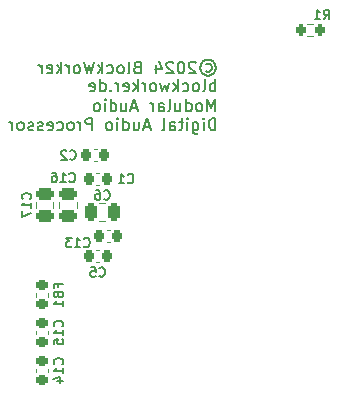
<source format=gbr>
%TF.GenerationSoftware,KiCad,Pcbnew,9.0.3*%
%TF.CreationDate,2025-07-26T12:32:41+02:00*%
%TF.ProjectId,DigitalAudioProcessor,44696769-7461-46c4-9175-64696f50726f,rev?*%
%TF.SameCoordinates,Original*%
%TF.FileFunction,Legend,Bot*%
%TF.FilePolarity,Positive*%
%FSLAX46Y46*%
G04 Gerber Fmt 4.6, Leading zero omitted, Abs format (unit mm)*
G04 Created by KiCad (PCBNEW 9.0.3) date 2025-07-26 12:32:41*
%MOMM*%
%LPD*%
G01*
G04 APERTURE LIST*
G04 Aperture macros list*
%AMRoundRect*
0 Rectangle with rounded corners*
0 $1 Rounding radius*
0 $2 $3 $4 $5 $6 $7 $8 $9 X,Y pos of 4 corners*
0 Add a 4 corners polygon primitive as box body*
4,1,4,$2,$3,$4,$5,$6,$7,$8,$9,$2,$3,0*
0 Add four circle primitives for the rounded corners*
1,1,$1+$1,$2,$3*
1,1,$1+$1,$4,$5*
1,1,$1+$1,$6,$7*
1,1,$1+$1,$8,$9*
0 Add four rect primitives between the rounded corners*
20,1,$1+$1,$2,$3,$4,$5,0*
20,1,$1+$1,$4,$5,$6,$7,0*
20,1,$1+$1,$6,$7,$8,$9,0*
20,1,$1+$1,$8,$9,$2,$3,0*%
G04 Aperture macros list end*
%ADD10C,0.150000*%
%ADD11C,0.120000*%
%ADD12C,0.200000*%
%ADD13C,0.000000*%
%ADD14C,3.000000*%
%ADD15C,1.500000*%
%ADD16RoundRect,0.250000X0.475000X-0.250000X0.475000X0.250000X-0.475000X0.250000X-0.475000X-0.250000X0*%
%ADD17RoundRect,0.225000X0.225000X0.250000X-0.225000X0.250000X-0.225000X-0.250000X0.225000X-0.250000X0*%
%ADD18RoundRect,0.225000X-0.225000X-0.250000X0.225000X-0.250000X0.225000X0.250000X-0.225000X0.250000X0*%
%ADD19RoundRect,0.225000X0.250000X-0.225000X0.250000X0.225000X-0.250000X0.225000X-0.250000X-0.225000X0*%
%ADD20RoundRect,0.218750X-0.256250X0.218750X-0.256250X-0.218750X0.256250X-0.218750X0.256250X0.218750X0*%
%ADD21RoundRect,0.200000X-0.200000X-0.275000X0.200000X-0.275000X0.200000X0.275000X-0.200000X0.275000X0*%
%ADD22RoundRect,0.250000X0.250000X0.475000X-0.250000X0.475000X-0.250000X-0.475000X0.250000X-0.475000X0*%
G04 APERTURE END LIST*
D10*
X154863220Y-89649847D02*
X154863220Y-88649847D01*
X154863220Y-88649847D02*
X154529887Y-89364132D01*
X154529887Y-89364132D02*
X154196554Y-88649847D01*
X154196554Y-88649847D02*
X154196554Y-89649847D01*
X153577506Y-89649847D02*
X153672744Y-89602228D01*
X153672744Y-89602228D02*
X153720363Y-89554608D01*
X153720363Y-89554608D02*
X153767982Y-89459370D01*
X153767982Y-89459370D02*
X153767982Y-89173656D01*
X153767982Y-89173656D02*
X153720363Y-89078418D01*
X153720363Y-89078418D02*
X153672744Y-89030799D01*
X153672744Y-89030799D02*
X153577506Y-88983180D01*
X153577506Y-88983180D02*
X153434649Y-88983180D01*
X153434649Y-88983180D02*
X153339411Y-89030799D01*
X153339411Y-89030799D02*
X153291792Y-89078418D01*
X153291792Y-89078418D02*
X153244173Y-89173656D01*
X153244173Y-89173656D02*
X153244173Y-89459370D01*
X153244173Y-89459370D02*
X153291792Y-89554608D01*
X153291792Y-89554608D02*
X153339411Y-89602228D01*
X153339411Y-89602228D02*
X153434649Y-89649847D01*
X153434649Y-89649847D02*
X153577506Y-89649847D01*
X152387030Y-89649847D02*
X152387030Y-88649847D01*
X152387030Y-89602228D02*
X152482268Y-89649847D01*
X152482268Y-89649847D02*
X152672744Y-89649847D01*
X152672744Y-89649847D02*
X152767982Y-89602228D01*
X152767982Y-89602228D02*
X152815601Y-89554608D01*
X152815601Y-89554608D02*
X152863220Y-89459370D01*
X152863220Y-89459370D02*
X152863220Y-89173656D01*
X152863220Y-89173656D02*
X152815601Y-89078418D01*
X152815601Y-89078418D02*
X152767982Y-89030799D01*
X152767982Y-89030799D02*
X152672744Y-88983180D01*
X152672744Y-88983180D02*
X152482268Y-88983180D01*
X152482268Y-88983180D02*
X152387030Y-89030799D01*
X151482268Y-88983180D02*
X151482268Y-89649847D01*
X151910839Y-88983180D02*
X151910839Y-89506989D01*
X151910839Y-89506989D02*
X151863220Y-89602228D01*
X151863220Y-89602228D02*
X151767982Y-89649847D01*
X151767982Y-89649847D02*
X151625125Y-89649847D01*
X151625125Y-89649847D02*
X151529887Y-89602228D01*
X151529887Y-89602228D02*
X151482268Y-89554608D01*
X150863220Y-89649847D02*
X150958458Y-89602228D01*
X150958458Y-89602228D02*
X151006077Y-89506989D01*
X151006077Y-89506989D02*
X151006077Y-88649847D01*
X150053696Y-89649847D02*
X150053696Y-89126037D01*
X150053696Y-89126037D02*
X150101315Y-89030799D01*
X150101315Y-89030799D02*
X150196553Y-88983180D01*
X150196553Y-88983180D02*
X150387029Y-88983180D01*
X150387029Y-88983180D02*
X150482267Y-89030799D01*
X150053696Y-89602228D02*
X150148934Y-89649847D01*
X150148934Y-89649847D02*
X150387029Y-89649847D01*
X150387029Y-89649847D02*
X150482267Y-89602228D01*
X150482267Y-89602228D02*
X150529886Y-89506989D01*
X150529886Y-89506989D02*
X150529886Y-89411751D01*
X150529886Y-89411751D02*
X150482267Y-89316513D01*
X150482267Y-89316513D02*
X150387029Y-89268894D01*
X150387029Y-89268894D02*
X150148934Y-89268894D01*
X150148934Y-89268894D02*
X150053696Y-89221275D01*
X149577505Y-89649847D02*
X149577505Y-88983180D01*
X149577505Y-89173656D02*
X149529886Y-89078418D01*
X149529886Y-89078418D02*
X149482267Y-89030799D01*
X149482267Y-89030799D02*
X149387029Y-88983180D01*
X149387029Y-88983180D02*
X149291791Y-88983180D01*
X148244171Y-89364132D02*
X147767981Y-89364132D01*
X148339409Y-89649847D02*
X148006076Y-88649847D01*
X148006076Y-88649847D02*
X147672743Y-89649847D01*
X146910838Y-88983180D02*
X146910838Y-89649847D01*
X147339409Y-88983180D02*
X147339409Y-89506989D01*
X147339409Y-89506989D02*
X147291790Y-89602228D01*
X147291790Y-89602228D02*
X147196552Y-89649847D01*
X147196552Y-89649847D02*
X147053695Y-89649847D01*
X147053695Y-89649847D02*
X146958457Y-89602228D01*
X146958457Y-89602228D02*
X146910838Y-89554608D01*
X146006076Y-89649847D02*
X146006076Y-88649847D01*
X146006076Y-89602228D02*
X146101314Y-89649847D01*
X146101314Y-89649847D02*
X146291790Y-89649847D01*
X146291790Y-89649847D02*
X146387028Y-89602228D01*
X146387028Y-89602228D02*
X146434647Y-89554608D01*
X146434647Y-89554608D02*
X146482266Y-89459370D01*
X146482266Y-89459370D02*
X146482266Y-89173656D01*
X146482266Y-89173656D02*
X146434647Y-89078418D01*
X146434647Y-89078418D02*
X146387028Y-89030799D01*
X146387028Y-89030799D02*
X146291790Y-88983180D01*
X146291790Y-88983180D02*
X146101314Y-88983180D01*
X146101314Y-88983180D02*
X146006076Y-89030799D01*
X145529885Y-89649847D02*
X145529885Y-88983180D01*
X145529885Y-88649847D02*
X145577504Y-88697466D01*
X145577504Y-88697466D02*
X145529885Y-88745085D01*
X145529885Y-88745085D02*
X145482266Y-88697466D01*
X145482266Y-88697466D02*
X145529885Y-88649847D01*
X145529885Y-88649847D02*
X145529885Y-88745085D01*
X144910838Y-89649847D02*
X145006076Y-89602228D01*
X145006076Y-89602228D02*
X145053695Y-89554608D01*
X145053695Y-89554608D02*
X145101314Y-89459370D01*
X145101314Y-89459370D02*
X145101314Y-89173656D01*
X145101314Y-89173656D02*
X145053695Y-89078418D01*
X145053695Y-89078418D02*
X145006076Y-89030799D01*
X145006076Y-89030799D02*
X144910838Y-88983180D01*
X144910838Y-88983180D02*
X144767981Y-88983180D01*
X144767981Y-88983180D02*
X144672743Y-89030799D01*
X144672743Y-89030799D02*
X144625124Y-89078418D01*
X144625124Y-89078418D02*
X144577505Y-89173656D01*
X144577505Y-89173656D02*
X144577505Y-89459370D01*
X144577505Y-89459370D02*
X144625124Y-89554608D01*
X144625124Y-89554608D02*
X144672743Y-89602228D01*
X144672743Y-89602228D02*
X144767981Y-89649847D01*
X144767981Y-89649847D02*
X144910838Y-89649847D01*
X154863220Y-91259791D02*
X154863220Y-90259791D01*
X154863220Y-90259791D02*
X154625125Y-90259791D01*
X154625125Y-90259791D02*
X154482268Y-90307410D01*
X154482268Y-90307410D02*
X154387030Y-90402648D01*
X154387030Y-90402648D02*
X154339411Y-90497886D01*
X154339411Y-90497886D02*
X154291792Y-90688362D01*
X154291792Y-90688362D02*
X154291792Y-90831219D01*
X154291792Y-90831219D02*
X154339411Y-91021695D01*
X154339411Y-91021695D02*
X154387030Y-91116933D01*
X154387030Y-91116933D02*
X154482268Y-91212172D01*
X154482268Y-91212172D02*
X154625125Y-91259791D01*
X154625125Y-91259791D02*
X154863220Y-91259791D01*
X153863220Y-91259791D02*
X153863220Y-90593124D01*
X153863220Y-90259791D02*
X153910839Y-90307410D01*
X153910839Y-90307410D02*
X153863220Y-90355029D01*
X153863220Y-90355029D02*
X153815601Y-90307410D01*
X153815601Y-90307410D02*
X153863220Y-90259791D01*
X153863220Y-90259791D02*
X153863220Y-90355029D01*
X152958459Y-90593124D02*
X152958459Y-91402648D01*
X152958459Y-91402648D02*
X153006078Y-91497886D01*
X153006078Y-91497886D02*
X153053697Y-91545505D01*
X153053697Y-91545505D02*
X153148935Y-91593124D01*
X153148935Y-91593124D02*
X153291792Y-91593124D01*
X153291792Y-91593124D02*
X153387030Y-91545505D01*
X152958459Y-91212172D02*
X153053697Y-91259791D01*
X153053697Y-91259791D02*
X153244173Y-91259791D01*
X153244173Y-91259791D02*
X153339411Y-91212172D01*
X153339411Y-91212172D02*
X153387030Y-91164552D01*
X153387030Y-91164552D02*
X153434649Y-91069314D01*
X153434649Y-91069314D02*
X153434649Y-90783600D01*
X153434649Y-90783600D02*
X153387030Y-90688362D01*
X153387030Y-90688362D02*
X153339411Y-90640743D01*
X153339411Y-90640743D02*
X153244173Y-90593124D01*
X153244173Y-90593124D02*
X153053697Y-90593124D01*
X153053697Y-90593124D02*
X152958459Y-90640743D01*
X152482268Y-91259791D02*
X152482268Y-90593124D01*
X152482268Y-90259791D02*
X152529887Y-90307410D01*
X152529887Y-90307410D02*
X152482268Y-90355029D01*
X152482268Y-90355029D02*
X152434649Y-90307410D01*
X152434649Y-90307410D02*
X152482268Y-90259791D01*
X152482268Y-90259791D02*
X152482268Y-90355029D01*
X152148935Y-90593124D02*
X151767983Y-90593124D01*
X152006078Y-90259791D02*
X152006078Y-91116933D01*
X152006078Y-91116933D02*
X151958459Y-91212172D01*
X151958459Y-91212172D02*
X151863221Y-91259791D01*
X151863221Y-91259791D02*
X151767983Y-91259791D01*
X151006078Y-91259791D02*
X151006078Y-90735981D01*
X151006078Y-90735981D02*
X151053697Y-90640743D01*
X151053697Y-90640743D02*
X151148935Y-90593124D01*
X151148935Y-90593124D02*
X151339411Y-90593124D01*
X151339411Y-90593124D02*
X151434649Y-90640743D01*
X151006078Y-91212172D02*
X151101316Y-91259791D01*
X151101316Y-91259791D02*
X151339411Y-91259791D01*
X151339411Y-91259791D02*
X151434649Y-91212172D01*
X151434649Y-91212172D02*
X151482268Y-91116933D01*
X151482268Y-91116933D02*
X151482268Y-91021695D01*
X151482268Y-91021695D02*
X151434649Y-90926457D01*
X151434649Y-90926457D02*
X151339411Y-90878838D01*
X151339411Y-90878838D02*
X151101316Y-90878838D01*
X151101316Y-90878838D02*
X151006078Y-90831219D01*
X150387030Y-91259791D02*
X150482268Y-91212172D01*
X150482268Y-91212172D02*
X150529887Y-91116933D01*
X150529887Y-91116933D02*
X150529887Y-90259791D01*
X149291791Y-90974076D02*
X148815601Y-90974076D01*
X149387029Y-91259791D02*
X149053696Y-90259791D01*
X149053696Y-90259791D02*
X148720363Y-91259791D01*
X147958458Y-90593124D02*
X147958458Y-91259791D01*
X148387029Y-90593124D02*
X148387029Y-91116933D01*
X148387029Y-91116933D02*
X148339410Y-91212172D01*
X148339410Y-91212172D02*
X148244172Y-91259791D01*
X148244172Y-91259791D02*
X148101315Y-91259791D01*
X148101315Y-91259791D02*
X148006077Y-91212172D01*
X148006077Y-91212172D02*
X147958458Y-91164552D01*
X147053696Y-91259791D02*
X147053696Y-90259791D01*
X147053696Y-91212172D02*
X147148934Y-91259791D01*
X147148934Y-91259791D02*
X147339410Y-91259791D01*
X147339410Y-91259791D02*
X147434648Y-91212172D01*
X147434648Y-91212172D02*
X147482267Y-91164552D01*
X147482267Y-91164552D02*
X147529886Y-91069314D01*
X147529886Y-91069314D02*
X147529886Y-90783600D01*
X147529886Y-90783600D02*
X147482267Y-90688362D01*
X147482267Y-90688362D02*
X147434648Y-90640743D01*
X147434648Y-90640743D02*
X147339410Y-90593124D01*
X147339410Y-90593124D02*
X147148934Y-90593124D01*
X147148934Y-90593124D02*
X147053696Y-90640743D01*
X146577505Y-91259791D02*
X146577505Y-90593124D01*
X146577505Y-90259791D02*
X146625124Y-90307410D01*
X146625124Y-90307410D02*
X146577505Y-90355029D01*
X146577505Y-90355029D02*
X146529886Y-90307410D01*
X146529886Y-90307410D02*
X146577505Y-90259791D01*
X146577505Y-90259791D02*
X146577505Y-90355029D01*
X145958458Y-91259791D02*
X146053696Y-91212172D01*
X146053696Y-91212172D02*
X146101315Y-91164552D01*
X146101315Y-91164552D02*
X146148934Y-91069314D01*
X146148934Y-91069314D02*
X146148934Y-90783600D01*
X146148934Y-90783600D02*
X146101315Y-90688362D01*
X146101315Y-90688362D02*
X146053696Y-90640743D01*
X146053696Y-90640743D02*
X145958458Y-90593124D01*
X145958458Y-90593124D02*
X145815601Y-90593124D01*
X145815601Y-90593124D02*
X145720363Y-90640743D01*
X145720363Y-90640743D02*
X145672744Y-90688362D01*
X145672744Y-90688362D02*
X145625125Y-90783600D01*
X145625125Y-90783600D02*
X145625125Y-91069314D01*
X145625125Y-91069314D02*
X145672744Y-91164552D01*
X145672744Y-91164552D02*
X145720363Y-91212172D01*
X145720363Y-91212172D02*
X145815601Y-91259791D01*
X145815601Y-91259791D02*
X145958458Y-91259791D01*
X144434648Y-91259791D02*
X144434648Y-90259791D01*
X144434648Y-90259791D02*
X144053696Y-90259791D01*
X144053696Y-90259791D02*
X143958458Y-90307410D01*
X143958458Y-90307410D02*
X143910839Y-90355029D01*
X143910839Y-90355029D02*
X143863220Y-90450267D01*
X143863220Y-90450267D02*
X143863220Y-90593124D01*
X143863220Y-90593124D02*
X143910839Y-90688362D01*
X143910839Y-90688362D02*
X143958458Y-90735981D01*
X143958458Y-90735981D02*
X144053696Y-90783600D01*
X144053696Y-90783600D02*
X144434648Y-90783600D01*
X143434648Y-91259791D02*
X143434648Y-90593124D01*
X143434648Y-90783600D02*
X143387029Y-90688362D01*
X143387029Y-90688362D02*
X143339410Y-90640743D01*
X143339410Y-90640743D02*
X143244172Y-90593124D01*
X143244172Y-90593124D02*
X143148934Y-90593124D01*
X142672743Y-91259791D02*
X142767981Y-91212172D01*
X142767981Y-91212172D02*
X142815600Y-91164552D01*
X142815600Y-91164552D02*
X142863219Y-91069314D01*
X142863219Y-91069314D02*
X142863219Y-90783600D01*
X142863219Y-90783600D02*
X142815600Y-90688362D01*
X142815600Y-90688362D02*
X142767981Y-90640743D01*
X142767981Y-90640743D02*
X142672743Y-90593124D01*
X142672743Y-90593124D02*
X142529886Y-90593124D01*
X142529886Y-90593124D02*
X142434648Y-90640743D01*
X142434648Y-90640743D02*
X142387029Y-90688362D01*
X142387029Y-90688362D02*
X142339410Y-90783600D01*
X142339410Y-90783600D02*
X142339410Y-91069314D01*
X142339410Y-91069314D02*
X142387029Y-91164552D01*
X142387029Y-91164552D02*
X142434648Y-91212172D01*
X142434648Y-91212172D02*
X142529886Y-91259791D01*
X142529886Y-91259791D02*
X142672743Y-91259791D01*
X141482267Y-91212172D02*
X141577505Y-91259791D01*
X141577505Y-91259791D02*
X141767981Y-91259791D01*
X141767981Y-91259791D02*
X141863219Y-91212172D01*
X141863219Y-91212172D02*
X141910838Y-91164552D01*
X141910838Y-91164552D02*
X141958457Y-91069314D01*
X141958457Y-91069314D02*
X141958457Y-90783600D01*
X141958457Y-90783600D02*
X141910838Y-90688362D01*
X141910838Y-90688362D02*
X141863219Y-90640743D01*
X141863219Y-90640743D02*
X141767981Y-90593124D01*
X141767981Y-90593124D02*
X141577505Y-90593124D01*
X141577505Y-90593124D02*
X141482267Y-90640743D01*
X140672743Y-91212172D02*
X140767981Y-91259791D01*
X140767981Y-91259791D02*
X140958457Y-91259791D01*
X140958457Y-91259791D02*
X141053695Y-91212172D01*
X141053695Y-91212172D02*
X141101314Y-91116933D01*
X141101314Y-91116933D02*
X141101314Y-90735981D01*
X141101314Y-90735981D02*
X141053695Y-90640743D01*
X141053695Y-90640743D02*
X140958457Y-90593124D01*
X140958457Y-90593124D02*
X140767981Y-90593124D01*
X140767981Y-90593124D02*
X140672743Y-90640743D01*
X140672743Y-90640743D02*
X140625124Y-90735981D01*
X140625124Y-90735981D02*
X140625124Y-90831219D01*
X140625124Y-90831219D02*
X141101314Y-90926457D01*
X140244171Y-91212172D02*
X140148933Y-91259791D01*
X140148933Y-91259791D02*
X139958457Y-91259791D01*
X139958457Y-91259791D02*
X139863219Y-91212172D01*
X139863219Y-91212172D02*
X139815600Y-91116933D01*
X139815600Y-91116933D02*
X139815600Y-91069314D01*
X139815600Y-91069314D02*
X139863219Y-90974076D01*
X139863219Y-90974076D02*
X139958457Y-90926457D01*
X139958457Y-90926457D02*
X140101314Y-90926457D01*
X140101314Y-90926457D02*
X140196552Y-90878838D01*
X140196552Y-90878838D02*
X140244171Y-90783600D01*
X140244171Y-90783600D02*
X140244171Y-90735981D01*
X140244171Y-90735981D02*
X140196552Y-90640743D01*
X140196552Y-90640743D02*
X140101314Y-90593124D01*
X140101314Y-90593124D02*
X139958457Y-90593124D01*
X139958457Y-90593124D02*
X139863219Y-90640743D01*
X139434647Y-91212172D02*
X139339409Y-91259791D01*
X139339409Y-91259791D02*
X139148933Y-91259791D01*
X139148933Y-91259791D02*
X139053695Y-91212172D01*
X139053695Y-91212172D02*
X139006076Y-91116933D01*
X139006076Y-91116933D02*
X139006076Y-91069314D01*
X139006076Y-91069314D02*
X139053695Y-90974076D01*
X139053695Y-90974076D02*
X139148933Y-90926457D01*
X139148933Y-90926457D02*
X139291790Y-90926457D01*
X139291790Y-90926457D02*
X139387028Y-90878838D01*
X139387028Y-90878838D02*
X139434647Y-90783600D01*
X139434647Y-90783600D02*
X139434647Y-90735981D01*
X139434647Y-90735981D02*
X139387028Y-90640743D01*
X139387028Y-90640743D02*
X139291790Y-90593124D01*
X139291790Y-90593124D02*
X139148933Y-90593124D01*
X139148933Y-90593124D02*
X139053695Y-90640743D01*
X138434647Y-91259791D02*
X138529885Y-91212172D01*
X138529885Y-91212172D02*
X138577504Y-91164552D01*
X138577504Y-91164552D02*
X138625123Y-91069314D01*
X138625123Y-91069314D02*
X138625123Y-90783600D01*
X138625123Y-90783600D02*
X138577504Y-90688362D01*
X138577504Y-90688362D02*
X138529885Y-90640743D01*
X138529885Y-90640743D02*
X138434647Y-90593124D01*
X138434647Y-90593124D02*
X138291790Y-90593124D01*
X138291790Y-90593124D02*
X138196552Y-90640743D01*
X138196552Y-90640743D02*
X138148933Y-90688362D01*
X138148933Y-90688362D02*
X138101314Y-90783600D01*
X138101314Y-90783600D02*
X138101314Y-91069314D01*
X138101314Y-91069314D02*
X138148933Y-91164552D01*
X138148933Y-91164552D02*
X138196552Y-91212172D01*
X138196552Y-91212172D02*
X138291790Y-91259791D01*
X138291790Y-91259791D02*
X138434647Y-91259791D01*
X137672742Y-91259791D02*
X137672742Y-90593124D01*
X137672742Y-90783600D02*
X137625123Y-90688362D01*
X137625123Y-90688362D02*
X137577504Y-90640743D01*
X137577504Y-90640743D02*
X137482266Y-90593124D01*
X137482266Y-90593124D02*
X137387028Y-90593124D01*
X142514285Y-95586104D02*
X142552381Y-95624200D01*
X142552381Y-95624200D02*
X142666666Y-95662295D01*
X142666666Y-95662295D02*
X142742857Y-95662295D01*
X142742857Y-95662295D02*
X142857143Y-95624200D01*
X142857143Y-95624200D02*
X142933333Y-95548009D01*
X142933333Y-95548009D02*
X142971428Y-95471819D01*
X142971428Y-95471819D02*
X143009524Y-95319438D01*
X143009524Y-95319438D02*
X143009524Y-95205152D01*
X143009524Y-95205152D02*
X142971428Y-95052771D01*
X142971428Y-95052771D02*
X142933333Y-94976580D01*
X142933333Y-94976580D02*
X142857143Y-94900390D01*
X142857143Y-94900390D02*
X142742857Y-94862295D01*
X142742857Y-94862295D02*
X142666666Y-94862295D01*
X142666666Y-94862295D02*
X142552381Y-94900390D01*
X142552381Y-94900390D02*
X142514285Y-94938485D01*
X141752381Y-95662295D02*
X142209524Y-95662295D01*
X141980952Y-95662295D02*
X141980952Y-94862295D01*
X141980952Y-94862295D02*
X142057143Y-94976580D01*
X142057143Y-94976580D02*
X142133333Y-95052771D01*
X142133333Y-95052771D02*
X142209524Y-95090866D01*
X141066666Y-94862295D02*
X141219047Y-94862295D01*
X141219047Y-94862295D02*
X141295238Y-94900390D01*
X141295238Y-94900390D02*
X141333333Y-94938485D01*
X141333333Y-94938485D02*
X141409523Y-95052771D01*
X141409523Y-95052771D02*
X141447619Y-95205152D01*
X141447619Y-95205152D02*
X141447619Y-95509914D01*
X141447619Y-95509914D02*
X141409523Y-95586104D01*
X141409523Y-95586104D02*
X141371428Y-95624200D01*
X141371428Y-95624200D02*
X141295238Y-95662295D01*
X141295238Y-95662295D02*
X141142857Y-95662295D01*
X141142857Y-95662295D02*
X141066666Y-95624200D01*
X141066666Y-95624200D02*
X141028571Y-95586104D01*
X141028571Y-95586104D02*
X140990476Y-95509914D01*
X140990476Y-95509914D02*
X140990476Y-95319438D01*
X140990476Y-95319438D02*
X141028571Y-95243247D01*
X141028571Y-95243247D02*
X141066666Y-95205152D01*
X141066666Y-95205152D02*
X141142857Y-95167057D01*
X141142857Y-95167057D02*
X141295238Y-95167057D01*
X141295238Y-95167057D02*
X141371428Y-95205152D01*
X141371428Y-95205152D02*
X141409523Y-95243247D01*
X141409523Y-95243247D02*
X141447619Y-95319438D01*
X139186104Y-97085714D02*
X139224200Y-97047618D01*
X139224200Y-97047618D02*
X139262295Y-96933333D01*
X139262295Y-96933333D02*
X139262295Y-96857142D01*
X139262295Y-96857142D02*
X139224200Y-96742856D01*
X139224200Y-96742856D02*
X139148009Y-96666666D01*
X139148009Y-96666666D02*
X139071819Y-96628571D01*
X139071819Y-96628571D02*
X138919438Y-96590475D01*
X138919438Y-96590475D02*
X138805152Y-96590475D01*
X138805152Y-96590475D02*
X138652771Y-96628571D01*
X138652771Y-96628571D02*
X138576580Y-96666666D01*
X138576580Y-96666666D02*
X138500390Y-96742856D01*
X138500390Y-96742856D02*
X138462295Y-96857142D01*
X138462295Y-96857142D02*
X138462295Y-96933333D01*
X138462295Y-96933333D02*
X138500390Y-97047618D01*
X138500390Y-97047618D02*
X138538485Y-97085714D01*
X139262295Y-97847618D02*
X139262295Y-97390475D01*
X139262295Y-97619047D02*
X138462295Y-97619047D01*
X138462295Y-97619047D02*
X138576580Y-97542856D01*
X138576580Y-97542856D02*
X138652771Y-97466666D01*
X138652771Y-97466666D02*
X138690866Y-97390475D01*
X138462295Y-98114285D02*
X138462295Y-98647619D01*
X138462295Y-98647619D02*
X139262295Y-98304761D01*
X147433332Y-95686104D02*
X147471428Y-95724200D01*
X147471428Y-95724200D02*
X147585713Y-95762295D01*
X147585713Y-95762295D02*
X147661904Y-95762295D01*
X147661904Y-95762295D02*
X147776190Y-95724200D01*
X147776190Y-95724200D02*
X147852380Y-95648009D01*
X147852380Y-95648009D02*
X147890475Y-95571819D01*
X147890475Y-95571819D02*
X147928571Y-95419438D01*
X147928571Y-95419438D02*
X147928571Y-95305152D01*
X147928571Y-95305152D02*
X147890475Y-95152771D01*
X147890475Y-95152771D02*
X147852380Y-95076580D01*
X147852380Y-95076580D02*
X147776190Y-95000390D01*
X147776190Y-95000390D02*
X147661904Y-94962295D01*
X147661904Y-94962295D02*
X147585713Y-94962295D01*
X147585713Y-94962295D02*
X147471428Y-95000390D01*
X147471428Y-95000390D02*
X147433332Y-95038485D01*
X146671428Y-95762295D02*
X147128571Y-95762295D01*
X146899999Y-95762295D02*
X146899999Y-94962295D01*
X146899999Y-94962295D02*
X146976190Y-95076580D01*
X146976190Y-95076580D02*
X147052380Y-95152771D01*
X147052380Y-95152771D02*
X147128571Y-95190866D01*
X143714285Y-101086104D02*
X143752381Y-101124200D01*
X143752381Y-101124200D02*
X143866666Y-101162295D01*
X143866666Y-101162295D02*
X143942857Y-101162295D01*
X143942857Y-101162295D02*
X144057143Y-101124200D01*
X144057143Y-101124200D02*
X144133333Y-101048009D01*
X144133333Y-101048009D02*
X144171428Y-100971819D01*
X144171428Y-100971819D02*
X144209524Y-100819438D01*
X144209524Y-100819438D02*
X144209524Y-100705152D01*
X144209524Y-100705152D02*
X144171428Y-100552771D01*
X144171428Y-100552771D02*
X144133333Y-100476580D01*
X144133333Y-100476580D02*
X144057143Y-100400390D01*
X144057143Y-100400390D02*
X143942857Y-100362295D01*
X143942857Y-100362295D02*
X143866666Y-100362295D01*
X143866666Y-100362295D02*
X143752381Y-100400390D01*
X143752381Y-100400390D02*
X143714285Y-100438485D01*
X142952381Y-101162295D02*
X143409524Y-101162295D01*
X143180952Y-101162295D02*
X143180952Y-100362295D01*
X143180952Y-100362295D02*
X143257143Y-100476580D01*
X143257143Y-100476580D02*
X143333333Y-100552771D01*
X143333333Y-100552771D02*
X143409524Y-100590866D01*
X142685714Y-100362295D02*
X142190476Y-100362295D01*
X142190476Y-100362295D02*
X142457142Y-100667057D01*
X142457142Y-100667057D02*
X142342857Y-100667057D01*
X142342857Y-100667057D02*
X142266666Y-100705152D01*
X142266666Y-100705152D02*
X142228571Y-100743247D01*
X142228571Y-100743247D02*
X142190476Y-100819438D01*
X142190476Y-100819438D02*
X142190476Y-101009914D01*
X142190476Y-101009914D02*
X142228571Y-101086104D01*
X142228571Y-101086104D02*
X142266666Y-101124200D01*
X142266666Y-101124200D02*
X142342857Y-101162295D01*
X142342857Y-101162295D02*
X142571428Y-101162295D01*
X142571428Y-101162295D02*
X142647619Y-101124200D01*
X142647619Y-101124200D02*
X142685714Y-101086104D01*
X141886104Y-111085714D02*
X141924200Y-111047618D01*
X141924200Y-111047618D02*
X141962295Y-110933333D01*
X141962295Y-110933333D02*
X141962295Y-110857142D01*
X141962295Y-110857142D02*
X141924200Y-110742856D01*
X141924200Y-110742856D02*
X141848009Y-110666666D01*
X141848009Y-110666666D02*
X141771819Y-110628571D01*
X141771819Y-110628571D02*
X141619438Y-110590475D01*
X141619438Y-110590475D02*
X141505152Y-110590475D01*
X141505152Y-110590475D02*
X141352771Y-110628571D01*
X141352771Y-110628571D02*
X141276580Y-110666666D01*
X141276580Y-110666666D02*
X141200390Y-110742856D01*
X141200390Y-110742856D02*
X141162295Y-110857142D01*
X141162295Y-110857142D02*
X141162295Y-110933333D01*
X141162295Y-110933333D02*
X141200390Y-111047618D01*
X141200390Y-111047618D02*
X141238485Y-111085714D01*
X141962295Y-111847618D02*
X141962295Y-111390475D01*
X141962295Y-111619047D02*
X141162295Y-111619047D01*
X141162295Y-111619047D02*
X141276580Y-111542856D01*
X141276580Y-111542856D02*
X141352771Y-111466666D01*
X141352771Y-111466666D02*
X141390866Y-111390475D01*
X141428961Y-112533333D02*
X141962295Y-112533333D01*
X141124200Y-112342857D02*
X141695628Y-112152380D01*
X141695628Y-112152380D02*
X141695628Y-112647619D01*
X141543247Y-104533333D02*
X141543247Y-104266667D01*
X141962295Y-104266667D02*
X141162295Y-104266667D01*
X141162295Y-104266667D02*
X141162295Y-104647619D01*
X141543247Y-105219047D02*
X141581342Y-105333333D01*
X141581342Y-105333333D02*
X141619438Y-105371428D01*
X141619438Y-105371428D02*
X141695628Y-105409524D01*
X141695628Y-105409524D02*
X141809914Y-105409524D01*
X141809914Y-105409524D02*
X141886104Y-105371428D01*
X141886104Y-105371428D02*
X141924200Y-105333333D01*
X141924200Y-105333333D02*
X141962295Y-105257143D01*
X141962295Y-105257143D02*
X141962295Y-104952381D01*
X141962295Y-104952381D02*
X141162295Y-104952381D01*
X141162295Y-104952381D02*
X141162295Y-105219047D01*
X141162295Y-105219047D02*
X141200390Y-105295238D01*
X141200390Y-105295238D02*
X141238485Y-105333333D01*
X141238485Y-105333333D02*
X141314676Y-105371428D01*
X141314676Y-105371428D02*
X141390866Y-105371428D01*
X141390866Y-105371428D02*
X141467057Y-105333333D01*
X141467057Y-105333333D02*
X141505152Y-105295238D01*
X141505152Y-105295238D02*
X141543247Y-105219047D01*
X141543247Y-105219047D02*
X141543247Y-104952381D01*
X141962295Y-106171428D02*
X141962295Y-105714285D01*
X141962295Y-105942857D02*
X141162295Y-105942857D01*
X141162295Y-105942857D02*
X141276580Y-105866666D01*
X141276580Y-105866666D02*
X141352771Y-105790476D01*
X141352771Y-105790476D02*
X141390866Y-105714285D01*
X154863220Y-87954819D02*
X154863220Y-86954819D01*
X154863220Y-87335771D02*
X154767982Y-87288152D01*
X154767982Y-87288152D02*
X154577506Y-87288152D01*
X154577506Y-87288152D02*
X154482268Y-87335771D01*
X154482268Y-87335771D02*
X154434649Y-87383390D01*
X154434649Y-87383390D02*
X154387030Y-87478628D01*
X154387030Y-87478628D02*
X154387030Y-87764342D01*
X154387030Y-87764342D02*
X154434649Y-87859580D01*
X154434649Y-87859580D02*
X154482268Y-87907200D01*
X154482268Y-87907200D02*
X154577506Y-87954819D01*
X154577506Y-87954819D02*
X154767982Y-87954819D01*
X154767982Y-87954819D02*
X154863220Y-87907200D01*
X153815601Y-87954819D02*
X153910839Y-87907200D01*
X153910839Y-87907200D02*
X153958458Y-87811961D01*
X153958458Y-87811961D02*
X153958458Y-86954819D01*
X153291791Y-87954819D02*
X153387029Y-87907200D01*
X153387029Y-87907200D02*
X153434648Y-87859580D01*
X153434648Y-87859580D02*
X153482267Y-87764342D01*
X153482267Y-87764342D02*
X153482267Y-87478628D01*
X153482267Y-87478628D02*
X153434648Y-87383390D01*
X153434648Y-87383390D02*
X153387029Y-87335771D01*
X153387029Y-87335771D02*
X153291791Y-87288152D01*
X153291791Y-87288152D02*
X153148934Y-87288152D01*
X153148934Y-87288152D02*
X153053696Y-87335771D01*
X153053696Y-87335771D02*
X153006077Y-87383390D01*
X153006077Y-87383390D02*
X152958458Y-87478628D01*
X152958458Y-87478628D02*
X152958458Y-87764342D01*
X152958458Y-87764342D02*
X153006077Y-87859580D01*
X153006077Y-87859580D02*
X153053696Y-87907200D01*
X153053696Y-87907200D02*
X153148934Y-87954819D01*
X153148934Y-87954819D02*
X153291791Y-87954819D01*
X152101315Y-87907200D02*
X152196553Y-87954819D01*
X152196553Y-87954819D02*
X152387029Y-87954819D01*
X152387029Y-87954819D02*
X152482267Y-87907200D01*
X152482267Y-87907200D02*
X152529886Y-87859580D01*
X152529886Y-87859580D02*
X152577505Y-87764342D01*
X152577505Y-87764342D02*
X152577505Y-87478628D01*
X152577505Y-87478628D02*
X152529886Y-87383390D01*
X152529886Y-87383390D02*
X152482267Y-87335771D01*
X152482267Y-87335771D02*
X152387029Y-87288152D01*
X152387029Y-87288152D02*
X152196553Y-87288152D01*
X152196553Y-87288152D02*
X152101315Y-87335771D01*
X151672743Y-87954819D02*
X151672743Y-86954819D01*
X151577505Y-87573866D02*
X151291791Y-87954819D01*
X151291791Y-87288152D02*
X151672743Y-87669104D01*
X150958457Y-87288152D02*
X150767981Y-87954819D01*
X150767981Y-87954819D02*
X150577505Y-87478628D01*
X150577505Y-87478628D02*
X150387029Y-87954819D01*
X150387029Y-87954819D02*
X150196553Y-87288152D01*
X149672743Y-87954819D02*
X149767981Y-87907200D01*
X149767981Y-87907200D02*
X149815600Y-87859580D01*
X149815600Y-87859580D02*
X149863219Y-87764342D01*
X149863219Y-87764342D02*
X149863219Y-87478628D01*
X149863219Y-87478628D02*
X149815600Y-87383390D01*
X149815600Y-87383390D02*
X149767981Y-87335771D01*
X149767981Y-87335771D02*
X149672743Y-87288152D01*
X149672743Y-87288152D02*
X149529886Y-87288152D01*
X149529886Y-87288152D02*
X149434648Y-87335771D01*
X149434648Y-87335771D02*
X149387029Y-87383390D01*
X149387029Y-87383390D02*
X149339410Y-87478628D01*
X149339410Y-87478628D02*
X149339410Y-87764342D01*
X149339410Y-87764342D02*
X149387029Y-87859580D01*
X149387029Y-87859580D02*
X149434648Y-87907200D01*
X149434648Y-87907200D02*
X149529886Y-87954819D01*
X149529886Y-87954819D02*
X149672743Y-87954819D01*
X148910838Y-87954819D02*
X148910838Y-87288152D01*
X148910838Y-87478628D02*
X148863219Y-87383390D01*
X148863219Y-87383390D02*
X148815600Y-87335771D01*
X148815600Y-87335771D02*
X148720362Y-87288152D01*
X148720362Y-87288152D02*
X148625124Y-87288152D01*
X148291790Y-87954819D02*
X148291790Y-86954819D01*
X148196552Y-87573866D02*
X147910838Y-87954819D01*
X147910838Y-87288152D02*
X148291790Y-87669104D01*
X147101314Y-87907200D02*
X147196552Y-87954819D01*
X147196552Y-87954819D02*
X147387028Y-87954819D01*
X147387028Y-87954819D02*
X147482266Y-87907200D01*
X147482266Y-87907200D02*
X147529885Y-87811961D01*
X147529885Y-87811961D02*
X147529885Y-87431009D01*
X147529885Y-87431009D02*
X147482266Y-87335771D01*
X147482266Y-87335771D02*
X147387028Y-87288152D01*
X147387028Y-87288152D02*
X147196552Y-87288152D01*
X147196552Y-87288152D02*
X147101314Y-87335771D01*
X147101314Y-87335771D02*
X147053695Y-87431009D01*
X147053695Y-87431009D02*
X147053695Y-87526247D01*
X147053695Y-87526247D02*
X147529885Y-87621485D01*
X146625123Y-87954819D02*
X146625123Y-87288152D01*
X146625123Y-87478628D02*
X146577504Y-87383390D01*
X146577504Y-87383390D02*
X146529885Y-87335771D01*
X146529885Y-87335771D02*
X146434647Y-87288152D01*
X146434647Y-87288152D02*
X146339409Y-87288152D01*
X146006075Y-87859580D02*
X145958456Y-87907200D01*
X145958456Y-87907200D02*
X146006075Y-87954819D01*
X146006075Y-87954819D02*
X146053694Y-87907200D01*
X146053694Y-87907200D02*
X146006075Y-87859580D01*
X146006075Y-87859580D02*
X146006075Y-87954819D01*
X145101314Y-87954819D02*
X145101314Y-86954819D01*
X145101314Y-87907200D02*
X145196552Y-87954819D01*
X145196552Y-87954819D02*
X145387028Y-87954819D01*
X145387028Y-87954819D02*
X145482266Y-87907200D01*
X145482266Y-87907200D02*
X145529885Y-87859580D01*
X145529885Y-87859580D02*
X145577504Y-87764342D01*
X145577504Y-87764342D02*
X145577504Y-87478628D01*
X145577504Y-87478628D02*
X145529885Y-87383390D01*
X145529885Y-87383390D02*
X145482266Y-87335771D01*
X145482266Y-87335771D02*
X145387028Y-87288152D01*
X145387028Y-87288152D02*
X145196552Y-87288152D01*
X145196552Y-87288152D02*
X145101314Y-87335771D01*
X144244171Y-87907200D02*
X144339409Y-87954819D01*
X144339409Y-87954819D02*
X144529885Y-87954819D01*
X144529885Y-87954819D02*
X144625123Y-87907200D01*
X144625123Y-87907200D02*
X144672742Y-87811961D01*
X144672742Y-87811961D02*
X144672742Y-87431009D01*
X144672742Y-87431009D02*
X144625123Y-87335771D01*
X144625123Y-87335771D02*
X144529885Y-87288152D01*
X144529885Y-87288152D02*
X144339409Y-87288152D01*
X144339409Y-87288152D02*
X144244171Y-87335771D01*
X144244171Y-87335771D02*
X144196552Y-87431009D01*
X144196552Y-87431009D02*
X144196552Y-87526247D01*
X144196552Y-87526247D02*
X144672742Y-87621485D01*
X154053696Y-85692914D02*
X154148935Y-85645295D01*
X154148935Y-85645295D02*
X154339411Y-85645295D01*
X154339411Y-85645295D02*
X154434649Y-85692914D01*
X154434649Y-85692914D02*
X154529887Y-85788152D01*
X154529887Y-85788152D02*
X154577506Y-85883390D01*
X154577506Y-85883390D02*
X154577506Y-86073866D01*
X154577506Y-86073866D02*
X154529887Y-86169104D01*
X154529887Y-86169104D02*
X154434649Y-86264342D01*
X154434649Y-86264342D02*
X154339411Y-86311961D01*
X154339411Y-86311961D02*
X154148935Y-86311961D01*
X154148935Y-86311961D02*
X154053696Y-86264342D01*
X154244173Y-85311961D02*
X154482268Y-85359580D01*
X154482268Y-85359580D02*
X154720363Y-85502438D01*
X154720363Y-85502438D02*
X154863220Y-85740533D01*
X154863220Y-85740533D02*
X154910839Y-85978628D01*
X154910839Y-85978628D02*
X154863220Y-86216723D01*
X154863220Y-86216723D02*
X154720363Y-86454819D01*
X154720363Y-86454819D02*
X154482268Y-86597676D01*
X154482268Y-86597676D02*
X154244173Y-86645295D01*
X154244173Y-86645295D02*
X154006077Y-86597676D01*
X154006077Y-86597676D02*
X153767982Y-86454819D01*
X153767982Y-86454819D02*
X153625125Y-86216723D01*
X153625125Y-86216723D02*
X153577506Y-85978628D01*
X153577506Y-85978628D02*
X153625125Y-85740533D01*
X153625125Y-85740533D02*
X153767982Y-85502438D01*
X153767982Y-85502438D02*
X154006077Y-85359580D01*
X154006077Y-85359580D02*
X154244173Y-85311961D01*
X153196553Y-85550057D02*
X153148934Y-85502438D01*
X153148934Y-85502438D02*
X153053696Y-85454819D01*
X153053696Y-85454819D02*
X152815601Y-85454819D01*
X152815601Y-85454819D02*
X152720363Y-85502438D01*
X152720363Y-85502438D02*
X152672744Y-85550057D01*
X152672744Y-85550057D02*
X152625125Y-85645295D01*
X152625125Y-85645295D02*
X152625125Y-85740533D01*
X152625125Y-85740533D02*
X152672744Y-85883390D01*
X152672744Y-85883390D02*
X153244172Y-86454819D01*
X153244172Y-86454819D02*
X152625125Y-86454819D01*
X152006077Y-85454819D02*
X151910839Y-85454819D01*
X151910839Y-85454819D02*
X151815601Y-85502438D01*
X151815601Y-85502438D02*
X151767982Y-85550057D01*
X151767982Y-85550057D02*
X151720363Y-85645295D01*
X151720363Y-85645295D02*
X151672744Y-85835771D01*
X151672744Y-85835771D02*
X151672744Y-86073866D01*
X151672744Y-86073866D02*
X151720363Y-86264342D01*
X151720363Y-86264342D02*
X151767982Y-86359580D01*
X151767982Y-86359580D02*
X151815601Y-86407200D01*
X151815601Y-86407200D02*
X151910839Y-86454819D01*
X151910839Y-86454819D02*
X152006077Y-86454819D01*
X152006077Y-86454819D02*
X152101315Y-86407200D01*
X152101315Y-86407200D02*
X152148934Y-86359580D01*
X152148934Y-86359580D02*
X152196553Y-86264342D01*
X152196553Y-86264342D02*
X152244172Y-86073866D01*
X152244172Y-86073866D02*
X152244172Y-85835771D01*
X152244172Y-85835771D02*
X152196553Y-85645295D01*
X152196553Y-85645295D02*
X152148934Y-85550057D01*
X152148934Y-85550057D02*
X152101315Y-85502438D01*
X152101315Y-85502438D02*
X152006077Y-85454819D01*
X151291791Y-85550057D02*
X151244172Y-85502438D01*
X151244172Y-85502438D02*
X151148934Y-85454819D01*
X151148934Y-85454819D02*
X150910839Y-85454819D01*
X150910839Y-85454819D02*
X150815601Y-85502438D01*
X150815601Y-85502438D02*
X150767982Y-85550057D01*
X150767982Y-85550057D02*
X150720363Y-85645295D01*
X150720363Y-85645295D02*
X150720363Y-85740533D01*
X150720363Y-85740533D02*
X150767982Y-85883390D01*
X150767982Y-85883390D02*
X151339410Y-86454819D01*
X151339410Y-86454819D02*
X150720363Y-86454819D01*
X149863220Y-85788152D02*
X149863220Y-86454819D01*
X150101315Y-85407200D02*
X150339410Y-86121485D01*
X150339410Y-86121485D02*
X149720363Y-86121485D01*
X148244172Y-85931009D02*
X148101315Y-85978628D01*
X148101315Y-85978628D02*
X148053696Y-86026247D01*
X148053696Y-86026247D02*
X148006077Y-86121485D01*
X148006077Y-86121485D02*
X148006077Y-86264342D01*
X148006077Y-86264342D02*
X148053696Y-86359580D01*
X148053696Y-86359580D02*
X148101315Y-86407200D01*
X148101315Y-86407200D02*
X148196553Y-86454819D01*
X148196553Y-86454819D02*
X148577505Y-86454819D01*
X148577505Y-86454819D02*
X148577505Y-85454819D01*
X148577505Y-85454819D02*
X148244172Y-85454819D01*
X148244172Y-85454819D02*
X148148934Y-85502438D01*
X148148934Y-85502438D02*
X148101315Y-85550057D01*
X148101315Y-85550057D02*
X148053696Y-85645295D01*
X148053696Y-85645295D02*
X148053696Y-85740533D01*
X148053696Y-85740533D02*
X148101315Y-85835771D01*
X148101315Y-85835771D02*
X148148934Y-85883390D01*
X148148934Y-85883390D02*
X148244172Y-85931009D01*
X148244172Y-85931009D02*
X148577505Y-85931009D01*
X147434648Y-86454819D02*
X147529886Y-86407200D01*
X147529886Y-86407200D02*
X147577505Y-86311961D01*
X147577505Y-86311961D02*
X147577505Y-85454819D01*
X146910838Y-86454819D02*
X147006076Y-86407200D01*
X147006076Y-86407200D02*
X147053695Y-86359580D01*
X147053695Y-86359580D02*
X147101314Y-86264342D01*
X147101314Y-86264342D02*
X147101314Y-85978628D01*
X147101314Y-85978628D02*
X147053695Y-85883390D01*
X147053695Y-85883390D02*
X147006076Y-85835771D01*
X147006076Y-85835771D02*
X146910838Y-85788152D01*
X146910838Y-85788152D02*
X146767981Y-85788152D01*
X146767981Y-85788152D02*
X146672743Y-85835771D01*
X146672743Y-85835771D02*
X146625124Y-85883390D01*
X146625124Y-85883390D02*
X146577505Y-85978628D01*
X146577505Y-85978628D02*
X146577505Y-86264342D01*
X146577505Y-86264342D02*
X146625124Y-86359580D01*
X146625124Y-86359580D02*
X146672743Y-86407200D01*
X146672743Y-86407200D02*
X146767981Y-86454819D01*
X146767981Y-86454819D02*
X146910838Y-86454819D01*
X145720362Y-86407200D02*
X145815600Y-86454819D01*
X145815600Y-86454819D02*
X146006076Y-86454819D01*
X146006076Y-86454819D02*
X146101314Y-86407200D01*
X146101314Y-86407200D02*
X146148933Y-86359580D01*
X146148933Y-86359580D02*
X146196552Y-86264342D01*
X146196552Y-86264342D02*
X146196552Y-85978628D01*
X146196552Y-85978628D02*
X146148933Y-85883390D01*
X146148933Y-85883390D02*
X146101314Y-85835771D01*
X146101314Y-85835771D02*
X146006076Y-85788152D01*
X146006076Y-85788152D02*
X145815600Y-85788152D01*
X145815600Y-85788152D02*
X145720362Y-85835771D01*
X145291790Y-86454819D02*
X145291790Y-85454819D01*
X145196552Y-86073866D02*
X144910838Y-86454819D01*
X144910838Y-85788152D02*
X145291790Y-86169104D01*
X144577504Y-85454819D02*
X144339409Y-86454819D01*
X144339409Y-86454819D02*
X144148933Y-85740533D01*
X144148933Y-85740533D02*
X143958457Y-86454819D01*
X143958457Y-86454819D02*
X143720362Y-85454819D01*
X143196552Y-86454819D02*
X143291790Y-86407200D01*
X143291790Y-86407200D02*
X143339409Y-86359580D01*
X143339409Y-86359580D02*
X143387028Y-86264342D01*
X143387028Y-86264342D02*
X143387028Y-85978628D01*
X143387028Y-85978628D02*
X143339409Y-85883390D01*
X143339409Y-85883390D02*
X143291790Y-85835771D01*
X143291790Y-85835771D02*
X143196552Y-85788152D01*
X143196552Y-85788152D02*
X143053695Y-85788152D01*
X143053695Y-85788152D02*
X142958457Y-85835771D01*
X142958457Y-85835771D02*
X142910838Y-85883390D01*
X142910838Y-85883390D02*
X142863219Y-85978628D01*
X142863219Y-85978628D02*
X142863219Y-86264342D01*
X142863219Y-86264342D02*
X142910838Y-86359580D01*
X142910838Y-86359580D02*
X142958457Y-86407200D01*
X142958457Y-86407200D02*
X143053695Y-86454819D01*
X143053695Y-86454819D02*
X143196552Y-86454819D01*
X142434647Y-86454819D02*
X142434647Y-85788152D01*
X142434647Y-85978628D02*
X142387028Y-85883390D01*
X142387028Y-85883390D02*
X142339409Y-85835771D01*
X142339409Y-85835771D02*
X142244171Y-85788152D01*
X142244171Y-85788152D02*
X142148933Y-85788152D01*
X141815599Y-86454819D02*
X141815599Y-85454819D01*
X141720361Y-86073866D02*
X141434647Y-86454819D01*
X141434647Y-85788152D02*
X141815599Y-86169104D01*
X140625123Y-86407200D02*
X140720361Y-86454819D01*
X140720361Y-86454819D02*
X140910837Y-86454819D01*
X140910837Y-86454819D02*
X141006075Y-86407200D01*
X141006075Y-86407200D02*
X141053694Y-86311961D01*
X141053694Y-86311961D02*
X141053694Y-85931009D01*
X141053694Y-85931009D02*
X141006075Y-85835771D01*
X141006075Y-85835771D02*
X140910837Y-85788152D01*
X140910837Y-85788152D02*
X140720361Y-85788152D01*
X140720361Y-85788152D02*
X140625123Y-85835771D01*
X140625123Y-85835771D02*
X140577504Y-85931009D01*
X140577504Y-85931009D02*
X140577504Y-86026247D01*
X140577504Y-86026247D02*
X141053694Y-86121485D01*
X140148932Y-86454819D02*
X140148932Y-85788152D01*
X140148932Y-85978628D02*
X140101313Y-85883390D01*
X140101313Y-85883390D02*
X140053694Y-85835771D01*
X140053694Y-85835771D02*
X139958456Y-85788152D01*
X139958456Y-85788152D02*
X139863218Y-85788152D01*
X164033332Y-81862295D02*
X164299999Y-81481342D01*
X164490475Y-81862295D02*
X164490475Y-81062295D01*
X164490475Y-81062295D02*
X164185713Y-81062295D01*
X164185713Y-81062295D02*
X164109523Y-81100390D01*
X164109523Y-81100390D02*
X164071428Y-81138485D01*
X164071428Y-81138485D02*
X164033332Y-81214676D01*
X164033332Y-81214676D02*
X164033332Y-81328961D01*
X164033332Y-81328961D02*
X164071428Y-81405152D01*
X164071428Y-81405152D02*
X164109523Y-81443247D01*
X164109523Y-81443247D02*
X164185713Y-81481342D01*
X164185713Y-81481342D02*
X164490475Y-81481342D01*
X163271428Y-81862295D02*
X163728571Y-81862295D01*
X163499999Y-81862295D02*
X163499999Y-81062295D01*
X163499999Y-81062295D02*
X163576190Y-81176580D01*
X163576190Y-81176580D02*
X163652380Y-81252771D01*
X163652380Y-81252771D02*
X163728571Y-81290866D01*
X145433332Y-97086104D02*
X145471428Y-97124200D01*
X145471428Y-97124200D02*
X145585713Y-97162295D01*
X145585713Y-97162295D02*
X145661904Y-97162295D01*
X145661904Y-97162295D02*
X145776190Y-97124200D01*
X145776190Y-97124200D02*
X145852380Y-97048009D01*
X145852380Y-97048009D02*
X145890475Y-96971819D01*
X145890475Y-96971819D02*
X145928571Y-96819438D01*
X145928571Y-96819438D02*
X145928571Y-96705152D01*
X145928571Y-96705152D02*
X145890475Y-96552771D01*
X145890475Y-96552771D02*
X145852380Y-96476580D01*
X145852380Y-96476580D02*
X145776190Y-96400390D01*
X145776190Y-96400390D02*
X145661904Y-96362295D01*
X145661904Y-96362295D02*
X145585713Y-96362295D01*
X145585713Y-96362295D02*
X145471428Y-96400390D01*
X145471428Y-96400390D02*
X145433332Y-96438485D01*
X144747618Y-96362295D02*
X144899999Y-96362295D01*
X144899999Y-96362295D02*
X144976190Y-96400390D01*
X144976190Y-96400390D02*
X145014285Y-96438485D01*
X145014285Y-96438485D02*
X145090475Y-96552771D01*
X145090475Y-96552771D02*
X145128571Y-96705152D01*
X145128571Y-96705152D02*
X145128571Y-97009914D01*
X145128571Y-97009914D02*
X145090475Y-97086104D01*
X145090475Y-97086104D02*
X145052380Y-97124200D01*
X145052380Y-97124200D02*
X144976190Y-97162295D01*
X144976190Y-97162295D02*
X144823809Y-97162295D01*
X144823809Y-97162295D02*
X144747618Y-97124200D01*
X144747618Y-97124200D02*
X144709523Y-97086104D01*
X144709523Y-97086104D02*
X144671428Y-97009914D01*
X144671428Y-97009914D02*
X144671428Y-96819438D01*
X144671428Y-96819438D02*
X144709523Y-96743247D01*
X144709523Y-96743247D02*
X144747618Y-96705152D01*
X144747618Y-96705152D02*
X144823809Y-96667057D01*
X144823809Y-96667057D02*
X144976190Y-96667057D01*
X144976190Y-96667057D02*
X145052380Y-96705152D01*
X145052380Y-96705152D02*
X145090475Y-96743247D01*
X145090475Y-96743247D02*
X145128571Y-96819438D01*
X142533332Y-93686104D02*
X142571428Y-93724200D01*
X142571428Y-93724200D02*
X142685713Y-93762295D01*
X142685713Y-93762295D02*
X142761904Y-93762295D01*
X142761904Y-93762295D02*
X142876190Y-93724200D01*
X142876190Y-93724200D02*
X142952380Y-93648009D01*
X142952380Y-93648009D02*
X142990475Y-93571819D01*
X142990475Y-93571819D02*
X143028571Y-93419438D01*
X143028571Y-93419438D02*
X143028571Y-93305152D01*
X143028571Y-93305152D02*
X142990475Y-93152771D01*
X142990475Y-93152771D02*
X142952380Y-93076580D01*
X142952380Y-93076580D02*
X142876190Y-93000390D01*
X142876190Y-93000390D02*
X142761904Y-92962295D01*
X142761904Y-92962295D02*
X142685713Y-92962295D01*
X142685713Y-92962295D02*
X142571428Y-93000390D01*
X142571428Y-93000390D02*
X142533332Y-93038485D01*
X142228571Y-93038485D02*
X142190475Y-93000390D01*
X142190475Y-93000390D02*
X142114285Y-92962295D01*
X142114285Y-92962295D02*
X141923809Y-92962295D01*
X141923809Y-92962295D02*
X141847618Y-93000390D01*
X141847618Y-93000390D02*
X141809523Y-93038485D01*
X141809523Y-93038485D02*
X141771428Y-93114676D01*
X141771428Y-93114676D02*
X141771428Y-93190866D01*
X141771428Y-93190866D02*
X141809523Y-93305152D01*
X141809523Y-93305152D02*
X142266666Y-93762295D01*
X142266666Y-93762295D02*
X141771428Y-93762295D01*
X141886104Y-107885714D02*
X141924200Y-107847618D01*
X141924200Y-107847618D02*
X141962295Y-107733333D01*
X141962295Y-107733333D02*
X141962295Y-107657142D01*
X141962295Y-107657142D02*
X141924200Y-107542856D01*
X141924200Y-107542856D02*
X141848009Y-107466666D01*
X141848009Y-107466666D02*
X141771819Y-107428571D01*
X141771819Y-107428571D02*
X141619438Y-107390475D01*
X141619438Y-107390475D02*
X141505152Y-107390475D01*
X141505152Y-107390475D02*
X141352771Y-107428571D01*
X141352771Y-107428571D02*
X141276580Y-107466666D01*
X141276580Y-107466666D02*
X141200390Y-107542856D01*
X141200390Y-107542856D02*
X141162295Y-107657142D01*
X141162295Y-107657142D02*
X141162295Y-107733333D01*
X141162295Y-107733333D02*
X141200390Y-107847618D01*
X141200390Y-107847618D02*
X141238485Y-107885714D01*
X141962295Y-108647618D02*
X141962295Y-108190475D01*
X141962295Y-108419047D02*
X141162295Y-108419047D01*
X141162295Y-108419047D02*
X141276580Y-108342856D01*
X141276580Y-108342856D02*
X141352771Y-108266666D01*
X141352771Y-108266666D02*
X141390866Y-108190475D01*
X141162295Y-109371428D02*
X141162295Y-108990476D01*
X141162295Y-108990476D02*
X141543247Y-108952380D01*
X141543247Y-108952380D02*
X141505152Y-108990476D01*
X141505152Y-108990476D02*
X141467057Y-109066666D01*
X141467057Y-109066666D02*
X141467057Y-109257142D01*
X141467057Y-109257142D02*
X141505152Y-109333333D01*
X141505152Y-109333333D02*
X141543247Y-109371428D01*
X141543247Y-109371428D02*
X141619438Y-109409523D01*
X141619438Y-109409523D02*
X141809914Y-109409523D01*
X141809914Y-109409523D02*
X141886104Y-109371428D01*
X141886104Y-109371428D02*
X141924200Y-109333333D01*
X141924200Y-109333333D02*
X141962295Y-109257142D01*
X141962295Y-109257142D02*
X141962295Y-109066666D01*
X141962295Y-109066666D02*
X141924200Y-108990476D01*
X141924200Y-108990476D02*
X141886104Y-108952380D01*
X145033332Y-103586104D02*
X145071428Y-103624200D01*
X145071428Y-103624200D02*
X145185713Y-103662295D01*
X145185713Y-103662295D02*
X145261904Y-103662295D01*
X145261904Y-103662295D02*
X145376190Y-103624200D01*
X145376190Y-103624200D02*
X145452380Y-103548009D01*
X145452380Y-103548009D02*
X145490475Y-103471819D01*
X145490475Y-103471819D02*
X145528571Y-103319438D01*
X145528571Y-103319438D02*
X145528571Y-103205152D01*
X145528571Y-103205152D02*
X145490475Y-103052771D01*
X145490475Y-103052771D02*
X145452380Y-102976580D01*
X145452380Y-102976580D02*
X145376190Y-102900390D01*
X145376190Y-102900390D02*
X145261904Y-102862295D01*
X145261904Y-102862295D02*
X145185713Y-102862295D01*
X145185713Y-102862295D02*
X145071428Y-102900390D01*
X145071428Y-102900390D02*
X145033332Y-102938485D01*
X144309523Y-102862295D02*
X144690475Y-102862295D01*
X144690475Y-102862295D02*
X144728571Y-103243247D01*
X144728571Y-103243247D02*
X144690475Y-103205152D01*
X144690475Y-103205152D02*
X144614285Y-103167057D01*
X144614285Y-103167057D02*
X144423809Y-103167057D01*
X144423809Y-103167057D02*
X144347618Y-103205152D01*
X144347618Y-103205152D02*
X144309523Y-103243247D01*
X144309523Y-103243247D02*
X144271428Y-103319438D01*
X144271428Y-103319438D02*
X144271428Y-103509914D01*
X144271428Y-103509914D02*
X144309523Y-103586104D01*
X144309523Y-103586104D02*
X144347618Y-103624200D01*
X144347618Y-103624200D02*
X144423809Y-103662295D01*
X144423809Y-103662295D02*
X144614285Y-103662295D01*
X144614285Y-103662295D02*
X144690475Y-103624200D01*
X144690475Y-103624200D02*
X144728571Y-103586104D01*
D11*
%TO.C,C16*%
X141665000Y-97338748D02*
X141665000Y-97861252D01*
X143135000Y-97338748D02*
X143135000Y-97861252D01*
%TO.C,C17*%
X139665000Y-97338748D02*
X139665000Y-97861252D01*
X141135000Y-97338748D02*
X141135000Y-97861252D01*
%TO.C,C1*%
X144759420Y-94890000D02*
X145040580Y-94890000D01*
X144759420Y-95910000D02*
X145040580Y-95910000D01*
%TO.C,C13*%
X145940580Y-99690000D02*
X145659420Y-99690000D01*
X145940580Y-100710000D02*
X145659420Y-100710000D01*
%TO.C,C14*%
X139690000Y-111459420D02*
X139690000Y-111740580D01*
X140710000Y-111459420D02*
X140710000Y-111740580D01*
%TO.C,FB1*%
X139690000Y-105362779D02*
X139690000Y-105037221D01*
X140710000Y-105362779D02*
X140710000Y-105037221D01*
%TO.C,R1*%
X163137258Y-82277500D02*
X162662742Y-82277500D01*
X163137258Y-83322500D02*
X162662742Y-83322500D01*
%TO.C,C6*%
X145038748Y-97465000D02*
X145561252Y-97465000D01*
X145038748Y-98935000D02*
X145561252Y-98935000D01*
%TO.C,C2*%
X144840580Y-92890000D02*
X144559420Y-92890000D01*
X144840580Y-93910000D02*
X144559420Y-93910000D01*
%TO.C,C15*%
X139690000Y-108259420D02*
X139690000Y-108540580D01*
X140710000Y-108259420D02*
X140710000Y-108540580D01*
%TO.C,C5*%
X144759420Y-101390000D02*
X145040580Y-101390000D01*
X144759420Y-102410000D02*
X145040580Y-102410000D01*
%TD*%
%LPC*%
D12*
%TO.C,REF\u002A\u002A*%
X166200000Y-85900000D02*
X166200000Y-90700000D01*
X165400000Y-91500000D01*
X157000000Y-91500000D01*
X156200000Y-90700000D01*
X156200000Y-85900000D01*
X157000000Y-85100000D01*
X165400000Y-85100000D01*
X166200000Y-85900000D01*
D13*
G36*
X165400000Y-86700000D02*
G01*
X163000000Y-86700000D01*
X162600000Y-87100000D01*
X162600000Y-87500000D01*
X163000000Y-87900000D01*
X161800000Y-87900000D01*
X161800000Y-86300000D01*
X162200000Y-85900000D01*
X165400000Y-85900000D01*
X165400000Y-86700000D01*
G37*
G36*
X165400000Y-90700000D02*
G01*
X162200000Y-90700000D01*
X161800000Y-90300000D01*
X161800000Y-89100000D01*
X162600000Y-89100000D01*
X162600000Y-89500000D01*
X163000000Y-89900000D01*
X164600000Y-89900000D01*
X164600000Y-88700000D01*
X163000000Y-88700000D01*
X162600000Y-89100000D01*
X161800000Y-89100000D01*
X161800000Y-88700000D01*
X162200000Y-88300000D01*
X161800000Y-87900000D01*
X164600000Y-87900000D01*
X164600000Y-86700000D01*
X165400000Y-86700000D01*
X165400000Y-90700000D01*
G37*
G36*
X157800000Y-89100000D02*
G01*
X158200000Y-89500000D01*
X158600000Y-89100000D01*
X158600000Y-86300000D01*
X159000000Y-85900000D01*
X159400000Y-86300000D01*
X159400000Y-89100000D01*
X159800000Y-89500000D01*
X160200000Y-89100000D01*
X160200000Y-85900000D01*
X160600000Y-85900000D01*
X161000000Y-86300000D01*
X161000000Y-90300000D01*
X160600000Y-90700000D01*
X159400000Y-90700000D01*
X159000000Y-90300000D01*
X158600000Y-90700000D01*
X157400000Y-90700000D01*
X157000000Y-90300000D01*
X157000000Y-86300000D01*
X157400000Y-85900000D01*
X157800000Y-85900000D01*
X157800000Y-89100000D01*
G37*
%TD*%
D14*
%TO.C,U1*%
X134700000Y-113810000D03*
X134700000Y-106190000D03*
D15*
X138450000Y-112540000D03*
X138450000Y-110000000D03*
X138450000Y-107460000D03*
%TD*%
D16*
%TO.C,C16*%
X142400000Y-98550000D03*
X142400000Y-96650000D03*
%TD*%
%TO.C,C17*%
X140400000Y-98550000D03*
X140400000Y-96650000D03*
%TD*%
D17*
%TO.C,C1*%
X145675000Y-95400000D03*
X144125000Y-95400000D03*
%TD*%
D18*
%TO.C,C13*%
X145025000Y-100200000D03*
X146575000Y-100200000D03*
%TD*%
D19*
%TO.C,C14*%
X140200000Y-112375000D03*
X140200000Y-110825000D03*
%TD*%
D20*
%TO.C,FB1*%
X140200000Y-104412500D03*
X140200000Y-105987500D03*
%TD*%
D21*
%TO.C,R1*%
X162075000Y-82800000D03*
X163725000Y-82800000D03*
%TD*%
D22*
%TO.C,C6*%
X146250000Y-98200000D03*
X144350000Y-98200000D03*
%TD*%
D18*
%TO.C,C2*%
X143925000Y-93400000D03*
X145475000Y-93400000D03*
%TD*%
D19*
%TO.C,C15*%
X140200000Y-109175000D03*
X140200000Y-107625000D03*
%TD*%
D17*
%TO.C,C5*%
X145675000Y-101900000D03*
X144125000Y-101900000D03*
%TD*%
%LPD*%
M02*

</source>
